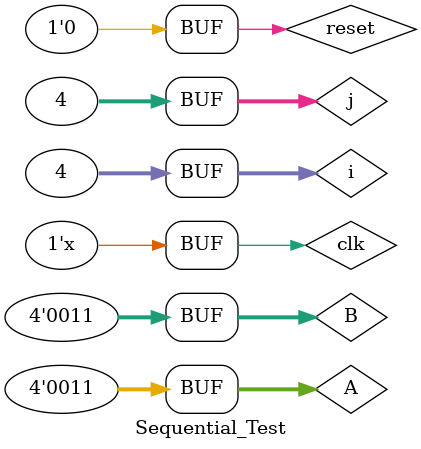
<source format=v>
`timescale 1ns / 1ps


module Sequential_Test;

	// Inputs
	reg clk;
	reg reset;
	reg [3:0] A;
	reg [3:0] B;

	// Outputs
	wire [7:0] Product;
	wire zero;
	wire reset_datapath;
	wire enable_a;
	wire enable_b;
	wire ld_shift_a;
	wire ld_shift_b;
	wire ldp;
	wire complete;
	wire psel;
	wire [2:0] state;

	// Instantiate the Unit Under Test (UUT)
	Sequential_Multiplier uut (
		.clk(clk), 
		.reset(reset), 
		.A(A), 
		.B(B), 
		.Product(Product),
		.zero(zero),
	.reset_datapath(reset_datapath),
	.enable_a(enable_a),
	.enable_b(enable_b),
	.ld_shift_a(ld_shift_a),
	.ld_shift_b(ld_shift_b),
	.ldp(ldp),
	.complete(complete),
	.psel(psel),
	.state(state)
	);

	integer i;
	integer j;
	initial begin
		// Initialize Inputs
		clk = 0;
		reset = 0;
		A = 0;
		B = 0;

	for(i = 0; i < 4; i = i + 1) begin
		A = i;
		for (j = 0; j < 4; j = j + 1) begin
			B = j;
		end
		reset = 1; #20;
		reset = 0; #20;
	end
			
	end
	
	always begin
		#5; clk = ~clk;
	end
endmodule

</source>
